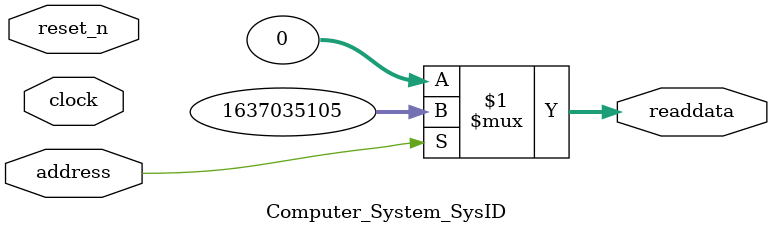
<source format=v>



// synthesis translate_off
`timescale 1ns / 1ps
// synthesis translate_on

// turn off superfluous verilog processor warnings 
// altera message_level Level1 
// altera message_off 10034 10035 10036 10037 10230 10240 10030 

module Computer_System_SysID (
               // inputs:
                address,
                clock,
                reset_n,

               // outputs:
                readdata
             )
;

  output  [ 31: 0] readdata;
  input            address;
  input            clock;
  input            reset_n;

  wire    [ 31: 0] readdata;
  //control_slave, which is an e_avalon_slave
  assign readdata = address ? 1637035105 : 0;

endmodule



</source>
